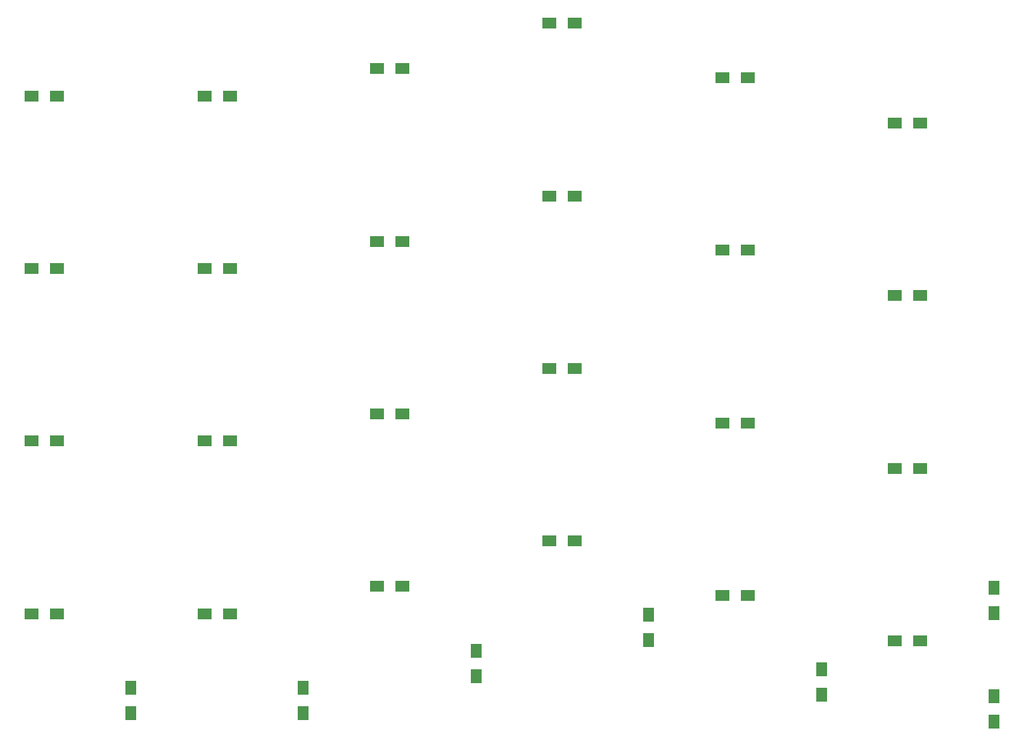
<source format=gbr>
G04 #@! TF.GenerationSoftware,KiCad,Pcbnew,(5.1.4)-1*
G04 #@! TF.CreationDate,2020-06-14T12:37:33-04:00*
G04 #@! TF.ProjectId,splitreus,73706c69-7472-4657-9573-2e6b69636164,1*
G04 #@! TF.SameCoordinates,Original*
G04 #@! TF.FileFunction,Paste,Bot*
G04 #@! TF.FilePolarity,Positive*
%FSLAX46Y46*%
G04 Gerber Fmt 4.6, Leading zero omitted, Abs format (unit mm)*
G04 Created by KiCad (PCBNEW (5.1.4)-1) date 2020-06-14 12:37:33*
%MOMM*%
%LPD*%
G04 APERTURE LIST*
%ADD10R,1.600000X1.200000*%
%ADD11R,1.200000X1.600000*%
G04 APERTURE END LIST*
D10*
X96400000Y-50500000D03*
X93600000Y-50500000D03*
D11*
X104500000Y-63600000D03*
X104500000Y-66400000D03*
X104500000Y-75600000D03*
X104500000Y-78400000D03*
D10*
X96400000Y-69500000D03*
X93600000Y-69500000D03*
X96400000Y-31500000D03*
X93600000Y-31500000D03*
X96400000Y-12500000D03*
X93600000Y-12500000D03*
D11*
X85500000Y-72600000D03*
X85500000Y-75400000D03*
D10*
X77400000Y-64500000D03*
X74600000Y-64500000D03*
X77400000Y-45500000D03*
X74600000Y-45500000D03*
X77400000Y-26500000D03*
X74600000Y-26500000D03*
X77400000Y-7500000D03*
X74600000Y-7500000D03*
D11*
X66500000Y-66600000D03*
X66500000Y-69400000D03*
D10*
X58400000Y-58500000D03*
X55600000Y-58500000D03*
X58400000Y-39500000D03*
X55600000Y-39500000D03*
X58400000Y-1500000D03*
X55600000Y-1500000D03*
D11*
X47500000Y-70600000D03*
X47500000Y-73400000D03*
D10*
X39400000Y-63500000D03*
X36600000Y-63500000D03*
X39400000Y-44500000D03*
X36600000Y-44500000D03*
X39400000Y-25500000D03*
X36600000Y-25500000D03*
X39400000Y-6500000D03*
X36600000Y-6500000D03*
D11*
X28500000Y-74600000D03*
X28500000Y-77400000D03*
D10*
X20400000Y-66500000D03*
X17600000Y-66500000D03*
X20400000Y-47500000D03*
X17600000Y-47500000D03*
X20400000Y-28500000D03*
X17600000Y-28500000D03*
X20400000Y-9500000D03*
X17600000Y-9500000D03*
X58400000Y-20500000D03*
X55600000Y-20500000D03*
D11*
X9500000Y-74600000D03*
X9500000Y-77400000D03*
D10*
X1400000Y-66500000D03*
X-1400000Y-66500000D03*
X1400000Y-47500000D03*
X-1400000Y-47500000D03*
X1400000Y-28500000D03*
X-1400000Y-28500000D03*
X1400000Y-9500000D03*
X-1400000Y-9500000D03*
M02*

</source>
